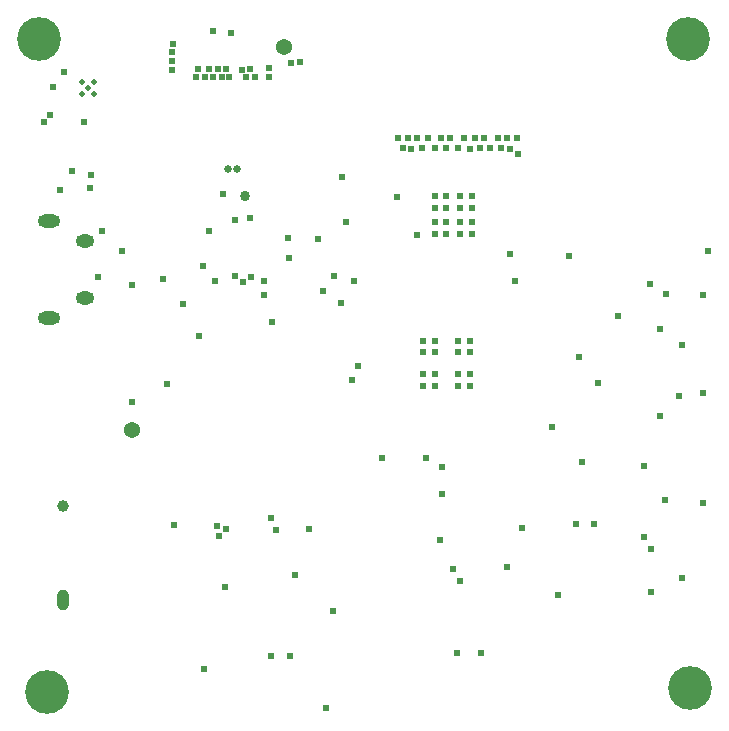
<source format=gbs>
G04*
G04 #@! TF.GenerationSoftware,Altium Limited,Altium Designer,23.8.1 (32)*
G04*
G04 Layer_Color=16711935*
%FSLAX44Y44*%
%MOMM*%
G71*
G04*
G04 #@! TF.SameCoordinates,271CB4FA-4F0A-43F9-8DEE-C87A6A24424C*
G04*
G04*
G04 #@! TF.FilePolarity,Negative*
G04*
G01*
G75*
%ADD77C,1.3716*%
%ADD96C,1.0016*%
%ADD97O,1.0016X1.8016*%
%ADD98O,1.5616X1.1016*%
%ADD99O,1.9016X1.1016*%
%ADD100C,3.7016*%
%ADD101C,0.8636*%
%ADD102C,0.6016*%
%ADD103C,0.5000*%
%ADD104C,0.6400*%
D77*
X102878Y245110D02*
D03*
X231758Y570128D02*
D03*
D96*
X44565Y181516D02*
D03*
D97*
Y101516D02*
D03*
D98*
X63791Y356976D02*
D03*
Y405476D02*
D03*
D99*
X32991Y340226D02*
D03*
Y422226D02*
D03*
D100*
X24701Y576475D02*
D03*
X31463Y23875D02*
D03*
X575540Y26964D02*
D03*
X574257Y576580D02*
D03*
D101*
X199267Y443488D02*
D03*
D102*
X261017Y406821D02*
D03*
X221264Y54178D02*
D03*
X369490Y433734D02*
D03*
X359490D02*
D03*
X369490Y443734D02*
D03*
X359490D02*
D03*
X391309Y433734D02*
D03*
X381309D02*
D03*
X391309Y443734D02*
D03*
X381309D02*
D03*
X369490Y411560D02*
D03*
X359490D02*
D03*
X369490Y421560D02*
D03*
X359490D02*
D03*
X391309Y411560D02*
D03*
X381309D02*
D03*
X391309Y421560D02*
D03*
X381309D02*
D03*
X360016Y311179D02*
D03*
X350016D02*
D03*
X360016Y321179D02*
D03*
X350016D02*
D03*
X389251Y311179D02*
D03*
X379251D02*
D03*
X389251Y321179D02*
D03*
X379251D02*
D03*
X389251Y282630D02*
D03*
X379251D02*
D03*
X389251Y292630D02*
D03*
X379251D02*
D03*
X360016Y282630D02*
D03*
X350016D02*
D03*
X360016Y292630D02*
D03*
X350016D02*
D03*
X423023Y483760D02*
D03*
X415290Y484110D02*
D03*
X406400D02*
D03*
X397510D02*
D03*
X389251Y483760D02*
D03*
X379251Y483897D02*
D03*
X369490Y484110D02*
D03*
X359410D02*
D03*
X348528D02*
D03*
X339831Y483760D02*
D03*
X332740Y484110D02*
D03*
X429163Y492814D02*
D03*
X420467D02*
D03*
X412750D02*
D03*
X401320D02*
D03*
X393700D02*
D03*
X384251Y492760D02*
D03*
X372285Y492814D02*
D03*
X364490D02*
D03*
X353939D02*
D03*
X344170D02*
D03*
X336550D02*
D03*
X328692D02*
D03*
X136930Y550196D02*
D03*
X136904Y557715D02*
D03*
Y565611D02*
D03*
X138349Y572650D02*
D03*
X245149Y557055D02*
D03*
X186789Y581802D02*
D03*
X219020Y544396D02*
D03*
X207164Y544606D02*
D03*
X199677Y544396D02*
D03*
X185650Y544734D02*
D03*
X179041Y544396D02*
D03*
X172031D02*
D03*
X164642D02*
D03*
X157450Y544023D02*
D03*
X238101Y556605D02*
D03*
X219014Y551821D02*
D03*
X203509Y550830D02*
D03*
X195994Y550488D02*
D03*
X182829Y550830D02*
D03*
X175650D02*
D03*
X168305D02*
D03*
X159483D02*
D03*
X42083Y448646D02*
D03*
X52814Y464998D02*
D03*
X146569Y352026D02*
D03*
X203706Y375128D02*
D03*
X197228Y370781D02*
D03*
X77645Y414128D02*
D03*
X103422Y368063D02*
D03*
X74863Y374723D02*
D03*
X138988Y164717D02*
D03*
X182274Y112940D02*
D03*
X28911Y506641D02*
D03*
X463512Y105507D02*
D03*
X514981Y342119D02*
D03*
X586740Y277055D02*
D03*
X180155Y445450D02*
D03*
X164481Y42794D02*
D03*
X497842Y284948D02*
D03*
X129686Y373316D02*
D03*
X175457Y164003D02*
D03*
X224944Y161131D02*
D03*
X133285Y284717D02*
D03*
X378273Y56851D02*
D03*
X398519D02*
D03*
X45380Y548949D02*
D03*
X36775Y536194D02*
D03*
X34172Y512102D02*
D03*
X591312Y396903D02*
D03*
X473196Y392464D02*
D03*
X423023Y394673D02*
D03*
X94420Y396919D02*
D03*
X235855Y390755D02*
D03*
X214719Y372025D02*
D03*
X190035Y423575D02*
D03*
X281300Y459839D02*
D03*
X203165Y424880D02*
D03*
X327831Y442510D02*
D03*
X284261Y421380D02*
D03*
X215379Y359554D02*
D03*
X190035Y375683D02*
D03*
X235099Y408223D02*
D03*
X264736Y363034D02*
D03*
X279872Y352910D02*
D03*
X273910Y375456D02*
D03*
X221516Y337215D02*
D03*
X344170Y410412D02*
D03*
X173664Y372025D02*
D03*
X168466Y414215D02*
D03*
X163403Y384580D02*
D03*
X291463Y371488D02*
D03*
X159877Y325465D02*
D03*
X433021Y162274D02*
D03*
X171501Y582969D02*
D03*
X537079Y215392D02*
D03*
X481427Y307125D02*
D03*
X542031Y369090D02*
D03*
X427872Y371488D02*
D03*
X102878Y269437D02*
D03*
X237430Y53793D02*
D03*
X430426Y478816D02*
D03*
X294981Y299488D02*
D03*
X494774Y165862D02*
D03*
X478870Y165692D02*
D03*
X420887Y129829D02*
D03*
X375087Y127362D02*
D03*
X484614Y218694D02*
D03*
X380811Y117532D02*
D03*
X568555Y119742D02*
D03*
X314962Y222076D02*
D03*
X352331Y221742D02*
D03*
X365556Y190859D02*
D03*
X363831Y152484D02*
D03*
X365831Y214100D02*
D03*
X221033Y171261D02*
D03*
X536579Y154512D02*
D03*
X542675Y108722D02*
D03*
X542345Y144790D02*
D03*
X182968Y161503D02*
D03*
X554990Y360680D02*
D03*
X554420Y186270D02*
D03*
X586727Y183277D02*
D03*
X586740Y359488D02*
D03*
X273479Y91926D02*
D03*
X68698Y461352D02*
D03*
X67817Y450553D02*
D03*
X289301Y287488D02*
D03*
X252682Y161577D02*
D03*
X62603Y506038D02*
D03*
X176579Y155402D02*
D03*
X267340Y10132D02*
D03*
X241344Y122577D02*
D03*
X568555Y317046D02*
D03*
X458470Y247650D02*
D03*
X566700Y273930D02*
D03*
X549910Y331123D02*
D03*
X550361Y257430D02*
D03*
D103*
X71396Y540488D02*
D03*
X60812D02*
D03*
X66104Y535196D02*
D03*
X60812Y529904D02*
D03*
X71396D02*
D03*
D104*
X184150Y466852D02*
D03*
X192150D02*
D03*
M02*

</source>
